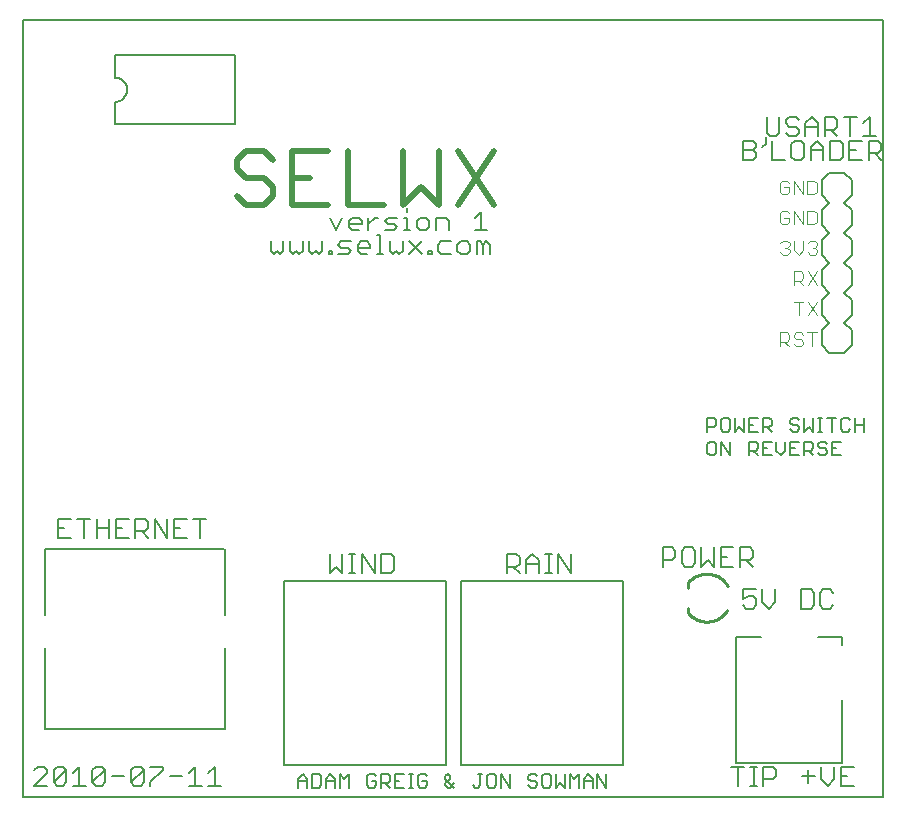
<source format=gto>
G75*
G70*
%OFA0B0*%
%FSLAX24Y24*%
%IPPOS*%
%LPD*%
%AMOC8*
5,1,8,0,0,1.08239X$1,22.5*
%
%ADD10C,0.0080*%
%ADD11C,0.0100*%
%ADD12C,0.0060*%
%ADD13C,0.0040*%
%ADD14C,0.0200*%
%ADD15C,0.0070*%
%ADD16C,0.0050*%
D10*
X001158Y000543D02*
X001158Y026449D01*
X029820Y026449D01*
X029820Y000543D01*
X001158Y000543D01*
X001906Y002825D02*
X007906Y002825D01*
X007890Y002827D02*
X007890Y005504D01*
X007890Y006606D02*
X007890Y008811D01*
X007867Y008809D02*
X001906Y008809D01*
X001906Y008772D02*
X001906Y006606D01*
X001906Y005504D02*
X001906Y002866D01*
X009868Y001604D02*
X015268Y001604D01*
X015268Y007754D01*
X009868Y007754D01*
X009868Y001604D01*
X015773Y001604D02*
X021173Y001604D01*
X021173Y007754D01*
X015773Y007754D01*
X015773Y001604D01*
X024938Y001685D02*
X028481Y001685D01*
X028481Y003772D01*
X028481Y005622D02*
X028481Y005898D01*
X027654Y005898D01*
X025764Y005898D02*
X024938Y005898D01*
X024938Y001685D01*
X028034Y015358D02*
X027784Y015608D01*
X027784Y016108D01*
X028034Y016358D01*
X027784Y016608D01*
X027784Y017108D01*
X028034Y017358D01*
X027784Y017608D01*
X027784Y018108D01*
X028034Y018358D01*
X027784Y018608D01*
X027784Y019108D01*
X028034Y019358D01*
X027784Y019608D01*
X027784Y020108D01*
X028034Y020358D01*
X027784Y020608D01*
X027784Y021108D01*
X028034Y021358D01*
X028534Y021358D01*
X028784Y021108D01*
X028784Y020608D01*
X028534Y020358D01*
X028784Y020108D01*
X028784Y019608D01*
X028534Y019358D01*
X028784Y019108D01*
X028784Y018608D01*
X028534Y018358D01*
X028784Y018108D01*
X028784Y017608D01*
X028534Y017358D01*
X028784Y017108D01*
X028784Y016608D01*
X028534Y016358D01*
X028784Y016108D01*
X028784Y015608D01*
X028534Y015358D01*
X028034Y015358D01*
X008237Y022976D02*
X008237Y025276D01*
X004237Y025276D01*
X004237Y024526D01*
X004276Y024524D01*
X004315Y024518D01*
X004353Y024509D01*
X004390Y024496D01*
X004426Y024479D01*
X004459Y024459D01*
X004491Y024435D01*
X004520Y024409D01*
X004546Y024380D01*
X004570Y024348D01*
X004590Y024315D01*
X004607Y024279D01*
X004620Y024242D01*
X004629Y024204D01*
X004635Y024165D01*
X004637Y024126D01*
X004635Y024087D01*
X004629Y024048D01*
X004620Y024010D01*
X004607Y023973D01*
X004590Y023937D01*
X004570Y023904D01*
X004546Y023872D01*
X004520Y023843D01*
X004491Y023817D01*
X004459Y023793D01*
X004426Y023773D01*
X004390Y023756D01*
X004353Y023743D01*
X004315Y023734D01*
X004276Y023728D01*
X004237Y023726D01*
X004237Y022976D01*
X008237Y022976D01*
D11*
X023333Y007707D02*
X023333Y007507D01*
X023333Y006867D02*
X023333Y006687D01*
X023953Y007997D02*
X024007Y007995D01*
X024061Y007990D01*
X024114Y007981D01*
X024167Y007968D01*
X024218Y007952D01*
X024268Y007932D01*
X024317Y007909D01*
X024365Y007883D01*
X024410Y007854D01*
X024453Y007821D01*
X024494Y007786D01*
X024533Y007748D01*
X024569Y007708D01*
X024602Y007665D01*
X024632Y007620D01*
X024659Y007573D01*
X024648Y006800D02*
X024618Y006752D01*
X024585Y006707D01*
X024549Y006664D01*
X024511Y006623D01*
X024469Y006586D01*
X024425Y006551D01*
X024379Y006520D01*
X024330Y006491D01*
X024280Y006467D01*
X024228Y006446D01*
X024174Y006428D01*
X024120Y006415D01*
X024065Y006405D01*
X024009Y006399D01*
X023953Y006397D01*
X023900Y006399D01*
X023846Y006404D01*
X023794Y006413D01*
X023742Y006425D01*
X023691Y006441D01*
X023641Y006460D01*
X023592Y006483D01*
X023545Y006509D01*
X023500Y006537D01*
X023457Y006569D01*
X023417Y006603D01*
X023378Y006641D01*
X023342Y006680D01*
X023338Y007709D02*
X023374Y007749D01*
X023413Y007787D01*
X023454Y007822D01*
X023497Y007854D01*
X023542Y007884D01*
X023589Y007910D01*
X023638Y007932D01*
X023689Y007952D01*
X023740Y007968D01*
X023792Y007981D01*
X023846Y007990D01*
X023899Y007995D01*
X023953Y007997D01*
D12*
X023776Y008231D02*
X023990Y008444D01*
X024203Y008231D01*
X024203Y008871D01*
X024421Y008871D02*
X024421Y008231D01*
X024848Y008231D01*
X025065Y008231D02*
X025065Y008871D01*
X025386Y008871D01*
X025492Y008765D01*
X025492Y008551D01*
X025386Y008444D01*
X025065Y008444D01*
X025279Y008444D02*
X025492Y008231D01*
X025591Y007474D02*
X025164Y007474D01*
X025164Y007153D01*
X025378Y007260D01*
X025485Y007260D01*
X025591Y007153D01*
X025591Y006940D01*
X025485Y006833D01*
X025271Y006833D01*
X025164Y006940D01*
X025809Y007047D02*
X025809Y007474D01*
X026236Y007474D02*
X026236Y007047D01*
X026023Y006833D01*
X025809Y007047D01*
X027098Y006833D02*
X027418Y006833D01*
X027525Y006940D01*
X027525Y007367D01*
X027418Y007474D01*
X027098Y007474D01*
X027098Y006833D01*
X027743Y006940D02*
X027743Y007367D01*
X027849Y007474D01*
X028063Y007474D01*
X028170Y007367D01*
X028170Y006940D02*
X028063Y006833D01*
X027849Y006833D01*
X027743Y006940D01*
X024848Y008871D02*
X024421Y008871D01*
X024421Y008551D02*
X024634Y008551D01*
X023776Y008871D02*
X023776Y008231D01*
X023559Y008338D02*
X023559Y008765D01*
X023452Y008871D01*
X023239Y008871D01*
X023132Y008765D01*
X023132Y008338D01*
X023239Y008231D01*
X023452Y008231D01*
X023559Y008338D01*
X022914Y008551D02*
X022808Y008444D01*
X022487Y008444D01*
X022487Y008231D02*
X022487Y008871D01*
X022808Y008871D01*
X022914Y008765D01*
X022914Y008551D01*
X019436Y008655D02*
X019436Y008014D01*
X019009Y008655D01*
X019009Y008014D01*
X018793Y008014D02*
X018580Y008014D01*
X018686Y008014D02*
X018686Y008655D01*
X018580Y008655D02*
X018793Y008655D01*
X018362Y008441D02*
X018362Y008014D01*
X018362Y008334D02*
X017935Y008334D01*
X017935Y008441D02*
X018149Y008655D01*
X018362Y008441D01*
X017935Y008441D02*
X017935Y008014D01*
X017717Y008014D02*
X017504Y008228D01*
X017611Y008228D02*
X017290Y008228D01*
X017290Y008014D02*
X017290Y008655D01*
X017611Y008655D01*
X017717Y008548D01*
X017717Y008334D01*
X017611Y008228D01*
X013531Y008121D02*
X013531Y008548D01*
X013424Y008655D01*
X013104Y008655D01*
X013104Y008014D01*
X013424Y008014D01*
X013531Y008121D01*
X012886Y008014D02*
X012886Y008655D01*
X012459Y008655D02*
X012886Y008014D01*
X012459Y008014D02*
X012459Y008655D01*
X012243Y008655D02*
X012029Y008655D01*
X012136Y008655D02*
X012136Y008014D01*
X012029Y008014D02*
X012243Y008014D01*
X011812Y008014D02*
X011812Y008655D01*
X011385Y008655D02*
X011385Y008014D01*
X011598Y008228D01*
X011812Y008014D01*
X007269Y009836D02*
X006842Y009836D01*
X007055Y009836D02*
X007055Y009195D01*
X006624Y009195D02*
X006197Y009195D01*
X006197Y009836D01*
X006624Y009836D01*
X006411Y009516D02*
X006197Y009516D01*
X005979Y009836D02*
X005979Y009195D01*
X005552Y009836D01*
X005552Y009195D01*
X005335Y009195D02*
X005121Y009409D01*
X005228Y009409D02*
X004908Y009409D01*
X004908Y009195D02*
X004908Y009836D01*
X005228Y009836D01*
X005335Y009729D01*
X005335Y009516D01*
X005228Y009409D01*
X004690Y009195D02*
X004263Y009195D01*
X004263Y009836D01*
X004690Y009836D01*
X004477Y009516D02*
X004263Y009516D01*
X004046Y009516D02*
X003619Y009516D01*
X003619Y009836D02*
X003619Y009195D01*
X003188Y009195D02*
X003188Y009836D01*
X003401Y009836D02*
X002974Y009836D01*
X002757Y009836D02*
X002330Y009836D01*
X002330Y009195D01*
X002757Y009195D01*
X002543Y009516D02*
X002330Y009516D01*
X004046Y009836D02*
X004046Y009195D01*
X009523Y018644D02*
X009630Y018751D01*
X009737Y018644D01*
X009843Y018751D01*
X009843Y019071D01*
X010061Y019071D02*
X010061Y018751D01*
X010168Y018644D01*
X010274Y018751D01*
X010381Y018644D01*
X010488Y018751D01*
X010488Y019071D01*
X010706Y019071D02*
X010706Y018751D01*
X010812Y018644D01*
X010919Y018751D01*
X011026Y018644D01*
X011133Y018751D01*
X011133Y019071D01*
X011350Y018751D02*
X011457Y018751D01*
X011457Y018644D01*
X011350Y018644D01*
X011350Y018751D01*
X011672Y018644D02*
X011993Y018644D01*
X012099Y018751D01*
X011993Y018858D01*
X011779Y018858D01*
X011672Y018964D01*
X011779Y019071D01*
X012099Y019071D01*
X012317Y018964D02*
X012317Y018751D01*
X012424Y018644D01*
X012637Y018644D01*
X012744Y018858D02*
X012317Y018858D01*
X012317Y018964D02*
X012424Y019071D01*
X012637Y019071D01*
X012744Y018964D01*
X012744Y018858D01*
X012961Y018644D02*
X013175Y018644D01*
X013068Y018644D02*
X013068Y019285D01*
X012961Y019285D01*
X013391Y019071D02*
X013391Y018751D01*
X013498Y018644D01*
X013605Y018751D01*
X013711Y018644D01*
X013818Y018751D01*
X013818Y019071D01*
X014036Y019071D02*
X014463Y018644D01*
X014680Y018644D02*
X014680Y018751D01*
X014787Y018751D01*
X014787Y018644D01*
X014680Y018644D01*
X015002Y018751D02*
X015109Y018644D01*
X015429Y018644D01*
X015647Y018751D02*
X015754Y018644D01*
X015967Y018644D01*
X016074Y018751D01*
X016074Y018964D01*
X015967Y019071D01*
X015754Y019071D01*
X015647Y018964D01*
X015647Y018751D01*
X015429Y019071D02*
X015109Y019071D01*
X015002Y018964D01*
X015002Y018751D01*
X014463Y019071D02*
X014036Y018644D01*
X016291Y018644D02*
X016291Y019071D01*
X016398Y019071D01*
X016505Y018964D01*
X016612Y019071D01*
X016718Y018964D01*
X016718Y018644D01*
X016505Y018644D02*
X016505Y018964D01*
X009523Y018644D02*
X009416Y018751D01*
X009416Y019071D01*
X025164Y021794D02*
X025485Y021794D01*
X025591Y021901D01*
X025591Y022007D01*
X025485Y022114D01*
X025164Y022114D01*
X025164Y021794D02*
X025164Y022434D01*
X025485Y022434D01*
X025591Y022328D01*
X025591Y022221D01*
X025485Y022114D01*
X025809Y022221D02*
X025916Y022328D01*
X025916Y022541D01*
X026059Y022581D02*
X026272Y022581D01*
X026379Y022688D01*
X026379Y023222D01*
X026596Y023115D02*
X026596Y023008D01*
X026703Y022901D01*
X026917Y022901D01*
X027023Y022795D01*
X027023Y022688D01*
X026917Y022581D01*
X026703Y022581D01*
X026596Y022688D01*
X026883Y022434D02*
X026776Y022328D01*
X026776Y021901D01*
X026883Y021794D01*
X027096Y021794D01*
X027203Y021901D01*
X027203Y022328D01*
X027096Y022434D01*
X026883Y022434D01*
X027241Y022581D02*
X027241Y023008D01*
X027454Y023222D01*
X027668Y023008D01*
X027668Y022581D01*
X027634Y022434D02*
X027420Y022221D01*
X027420Y021794D01*
X027420Y022114D02*
X027847Y022114D01*
X027847Y022221D02*
X027847Y021794D01*
X028065Y021794D02*
X028385Y021794D01*
X028492Y021901D01*
X028492Y022328D01*
X028385Y022434D01*
X028065Y022434D01*
X028065Y021794D01*
X027847Y022221D02*
X027634Y022434D01*
X027885Y022581D02*
X027885Y023222D01*
X028206Y023222D01*
X028312Y023115D01*
X028312Y022901D01*
X028206Y022795D01*
X027885Y022795D01*
X028099Y022795D02*
X028312Y022581D01*
X028709Y022434D02*
X028709Y021794D01*
X029136Y021794D01*
X029354Y021794D02*
X029354Y022434D01*
X029674Y022434D01*
X029781Y022328D01*
X029781Y022114D01*
X029674Y022007D01*
X029354Y022007D01*
X029567Y022007D02*
X029781Y021794D01*
X029136Y022434D02*
X028709Y022434D01*
X028744Y022581D02*
X028744Y023222D01*
X028957Y023222D02*
X028530Y023222D01*
X029175Y023008D02*
X029388Y023222D01*
X029388Y022581D01*
X029175Y022581D02*
X029602Y022581D01*
X028923Y022114D02*
X028709Y022114D01*
X027668Y022901D02*
X027241Y022901D01*
X027023Y023115D02*
X026917Y023222D01*
X026703Y023222D01*
X026596Y023115D01*
X025952Y023222D02*
X025952Y022688D01*
X026059Y022581D01*
X026131Y022434D02*
X026131Y021794D01*
X026558Y021794D01*
X026165Y001568D02*
X025845Y001568D01*
X025845Y000928D01*
X025845Y001141D02*
X026165Y001141D01*
X026272Y001248D01*
X026272Y001461D01*
X026165Y001568D01*
X025629Y001568D02*
X025415Y001568D01*
X025522Y001568D02*
X025522Y000928D01*
X025415Y000928D02*
X025629Y000928D01*
X024984Y000928D02*
X024984Y001568D01*
X024771Y001568D02*
X025198Y001568D01*
X027134Y001248D02*
X027561Y001248D01*
X027779Y001141D02*
X027779Y001568D01*
X027779Y001141D02*
X027992Y000928D01*
X028206Y001141D01*
X028206Y001568D01*
X028423Y001568D02*
X028423Y000928D01*
X028850Y000928D01*
X028637Y001248D02*
X028423Y001248D01*
X028423Y001568D02*
X028850Y001568D01*
X027348Y001461D02*
X027348Y001034D01*
D13*
X027469Y015583D02*
X027469Y016043D01*
X027622Y016043D02*
X027315Y016043D01*
X027162Y015967D02*
X027085Y016043D01*
X026932Y016043D01*
X026855Y015967D01*
X026855Y015890D01*
X026932Y015813D01*
X027085Y015813D01*
X027162Y015736D01*
X027162Y015660D01*
X027085Y015583D01*
X026932Y015583D01*
X026855Y015660D01*
X026702Y015583D02*
X026548Y015736D01*
X026625Y015736D02*
X026395Y015736D01*
X026395Y015583D02*
X026395Y016043D01*
X026625Y016043D01*
X026702Y015967D01*
X026702Y015813D01*
X026625Y015736D01*
X027021Y016607D02*
X027021Y017067D01*
X027174Y017067D02*
X026867Y017067D01*
X027327Y017067D02*
X027634Y016607D01*
X027327Y016607D02*
X027634Y017067D01*
X027634Y017611D02*
X027327Y018071D01*
X027174Y017994D02*
X027174Y017841D01*
X027097Y017764D01*
X026867Y017764D01*
X026867Y017611D02*
X026867Y018071D01*
X027097Y018071D01*
X027174Y017994D01*
X027021Y017764D02*
X027174Y017611D01*
X027327Y017611D02*
X027634Y018071D01*
X027565Y018634D02*
X027412Y018634D01*
X027335Y018711D01*
X027182Y018788D02*
X027028Y018634D01*
X026875Y018788D01*
X026875Y019095D01*
X026721Y019018D02*
X026721Y018941D01*
X026644Y018864D01*
X026721Y018788D01*
X026721Y018711D01*
X026644Y018634D01*
X026491Y018634D01*
X026414Y018711D01*
X026568Y018864D02*
X026644Y018864D01*
X026721Y019018D02*
X026644Y019095D01*
X026491Y019095D01*
X026414Y019018D01*
X026471Y019638D02*
X026625Y019638D01*
X026702Y019715D01*
X026702Y019868D01*
X026548Y019868D01*
X026395Y019715D02*
X026395Y020022D01*
X026471Y020098D01*
X026625Y020098D01*
X026702Y020022D01*
X026855Y020098D02*
X026855Y019638D01*
X027162Y019638D02*
X027162Y020098D01*
X027315Y020098D02*
X027546Y020098D01*
X027622Y020022D01*
X027622Y019715D01*
X027546Y019638D01*
X027315Y019638D01*
X027315Y020098D01*
X026855Y020098D02*
X027162Y019638D01*
X027182Y019095D02*
X027182Y018788D01*
X027335Y019018D02*
X027412Y019095D01*
X027565Y019095D01*
X027642Y019018D01*
X027642Y018941D01*
X027565Y018864D01*
X027642Y018788D01*
X027642Y018711D01*
X027565Y018634D01*
X027565Y018864D02*
X027488Y018864D01*
X026471Y019638D02*
X026395Y019715D01*
X026471Y020642D02*
X026625Y020642D01*
X026702Y020719D01*
X026702Y020872D01*
X026548Y020872D01*
X026395Y020719D02*
X026395Y021026D01*
X026471Y021102D01*
X026625Y021102D01*
X026702Y021026D01*
X026855Y021102D02*
X026855Y020642D01*
X027162Y020642D02*
X027162Y021102D01*
X027315Y021102D02*
X027546Y021102D01*
X027622Y021026D01*
X027622Y020719D01*
X027546Y020642D01*
X027315Y020642D01*
X027315Y021102D01*
X026855Y021102D02*
X027162Y020642D01*
X026471Y020642D02*
X026395Y020719D01*
D14*
X016873Y020289D02*
X015671Y022091D01*
X015031Y022091D02*
X015031Y020289D01*
X014430Y020889D01*
X013830Y020289D01*
X013830Y022091D01*
X011988Y022091D02*
X011988Y020289D01*
X013189Y020289D01*
X011348Y020289D02*
X010147Y020289D01*
X010147Y022091D01*
X011348Y022091D01*
X010747Y021190D02*
X010147Y021190D01*
X009506Y020889D02*
X009506Y020589D01*
X009206Y020289D01*
X008606Y020289D01*
X008305Y020589D01*
X008606Y021190D02*
X009206Y021190D01*
X009506Y020889D01*
X009506Y021790D02*
X009206Y022091D01*
X008606Y022091D01*
X008305Y021790D01*
X008305Y021490D01*
X008606Y021190D01*
X015671Y020289D02*
X016873Y022091D01*
D15*
X016434Y020067D02*
X016434Y019437D01*
X016224Y019437D02*
X016644Y019437D01*
X016224Y019857D02*
X016434Y020067D01*
X015355Y019752D02*
X015355Y019437D01*
X015355Y019752D02*
X015250Y019857D01*
X014935Y019857D01*
X014935Y019437D01*
X014711Y019542D02*
X014711Y019752D01*
X014606Y019857D01*
X014395Y019857D01*
X014290Y019752D01*
X014290Y019542D01*
X014395Y019437D01*
X014606Y019437D01*
X014711Y019542D01*
X014071Y019437D02*
X013861Y019437D01*
X013966Y019437D02*
X013966Y019857D01*
X013861Y019857D01*
X013636Y019857D02*
X013321Y019857D01*
X013216Y019752D01*
X013321Y019647D01*
X013531Y019647D01*
X013636Y019542D01*
X013531Y019437D01*
X013216Y019437D01*
X012994Y019857D02*
X012889Y019857D01*
X012679Y019647D01*
X012679Y019437D02*
X012679Y019857D01*
X012455Y019752D02*
X012455Y019647D01*
X012034Y019647D01*
X012034Y019752D02*
X012140Y019857D01*
X012350Y019857D01*
X012455Y019752D01*
X012350Y019437D02*
X012140Y019437D01*
X012034Y019542D01*
X012034Y019752D01*
X011810Y019857D02*
X011600Y019437D01*
X011390Y019857D01*
X013966Y020067D02*
X013966Y020172D01*
X007558Y001563D02*
X007558Y000933D01*
X007348Y000933D02*
X007769Y000933D01*
X007348Y001353D02*
X007558Y001563D01*
X006914Y001563D02*
X006914Y000933D01*
X006704Y000933D02*
X007124Y000933D01*
X006704Y001353D02*
X006914Y001563D01*
X006479Y001248D02*
X006059Y001248D01*
X005835Y001458D02*
X005415Y001038D01*
X005415Y000933D01*
X005190Y001038D02*
X005085Y000933D01*
X004875Y000933D01*
X004770Y001038D01*
X005190Y001458D01*
X005190Y001038D01*
X004770Y001038D02*
X004770Y001458D01*
X004875Y001563D01*
X005085Y001563D01*
X005190Y001458D01*
X005415Y001563D02*
X005835Y001563D01*
X005835Y001458D01*
X004546Y001248D02*
X004126Y001248D01*
X003901Y001458D02*
X003901Y001038D01*
X003796Y000933D01*
X003586Y000933D01*
X003481Y001038D01*
X003901Y001458D01*
X003796Y001563D01*
X003586Y001563D01*
X003481Y001458D01*
X003481Y001038D01*
X003257Y000933D02*
X002836Y000933D01*
X003047Y000933D02*
X003047Y001563D01*
X002836Y001353D01*
X002612Y001458D02*
X002192Y001038D01*
X002297Y000933D01*
X002507Y000933D01*
X002612Y001038D01*
X002612Y001458D01*
X002507Y001563D01*
X002297Y001563D01*
X002192Y001458D01*
X002192Y001038D01*
X001968Y000933D02*
X001547Y000933D01*
X001968Y001353D01*
X001968Y001458D01*
X001863Y001563D01*
X001653Y001563D01*
X001547Y001458D01*
D16*
X010337Y001164D02*
X010337Y000864D01*
X010337Y001089D02*
X010637Y001089D01*
X010637Y001164D02*
X010637Y000864D01*
X010797Y000864D02*
X011022Y000864D01*
X011097Y000939D01*
X011097Y001239D01*
X011022Y001314D01*
X010797Y001314D01*
X010797Y000864D01*
X010637Y001164D02*
X010487Y001314D01*
X010337Y001164D01*
X011257Y001164D02*
X011257Y000864D01*
X011257Y001089D02*
X011558Y001089D01*
X011558Y001164D02*
X011558Y000864D01*
X011718Y000864D02*
X011718Y001314D01*
X011868Y001164D01*
X012018Y001314D01*
X012018Y000864D01*
X011558Y001164D02*
X011407Y001314D01*
X011257Y001164D01*
X012638Y001239D02*
X012638Y000939D01*
X012713Y000864D01*
X012864Y000864D01*
X012939Y000939D01*
X012939Y001089D01*
X012789Y001089D01*
X012939Y001239D02*
X012864Y001314D01*
X012713Y001314D01*
X012638Y001239D01*
X013099Y001314D02*
X013099Y000864D01*
X013099Y001014D02*
X013324Y001014D01*
X013399Y001089D01*
X013399Y001239D01*
X013324Y001314D01*
X013099Y001314D01*
X013249Y001014D02*
X013399Y000864D01*
X013559Y000864D02*
X013859Y000864D01*
X014019Y000864D02*
X014170Y000864D01*
X014095Y000864D02*
X014095Y001314D01*
X014170Y001314D02*
X014019Y001314D01*
X013859Y001314D02*
X013559Y001314D01*
X013559Y000864D01*
X013559Y001089D02*
X013709Y001089D01*
X014326Y001239D02*
X014326Y000939D01*
X014401Y000864D01*
X014552Y000864D01*
X014627Y000939D01*
X014627Y001089D01*
X014476Y001089D01*
X014326Y001239D02*
X014401Y001314D01*
X014552Y001314D01*
X014627Y001239D01*
X015247Y001239D02*
X015247Y001164D01*
X015547Y000864D01*
X015547Y001014D02*
X015397Y000864D01*
X015322Y000864D01*
X015247Y000939D01*
X015247Y001014D01*
X015397Y001164D01*
X015397Y001239D01*
X015322Y001314D01*
X015247Y001239D01*
X016168Y000939D02*
X016243Y000864D01*
X016318Y000864D01*
X016393Y000939D01*
X016393Y001314D01*
X016318Y001314D02*
X016468Y001314D01*
X016628Y001239D02*
X016628Y000939D01*
X016703Y000864D01*
X016853Y000864D01*
X016928Y000939D01*
X016928Y001239D01*
X016853Y001314D01*
X016703Y001314D01*
X016628Y001239D01*
X017089Y001314D02*
X017089Y000864D01*
X017389Y000864D02*
X017089Y001314D01*
X017389Y001314D02*
X017389Y000864D01*
X018009Y000939D02*
X018084Y000864D01*
X018234Y000864D01*
X018309Y000939D01*
X018309Y001014D01*
X018234Y001089D01*
X018084Y001089D01*
X018009Y001164D01*
X018009Y001239D01*
X018084Y001314D01*
X018234Y001314D01*
X018309Y001239D01*
X018470Y001239D02*
X018470Y000939D01*
X018545Y000864D01*
X018695Y000864D01*
X018770Y000939D01*
X018770Y001239D01*
X018695Y001314D01*
X018545Y001314D01*
X018470Y001239D01*
X018930Y001314D02*
X018930Y000864D01*
X019080Y001014D01*
X019230Y000864D01*
X019230Y001314D01*
X019390Y001314D02*
X019540Y001164D01*
X019691Y001314D01*
X019691Y000864D01*
X019851Y000864D02*
X019851Y001164D01*
X020001Y001314D01*
X020151Y001164D01*
X020151Y000864D01*
X020311Y000864D02*
X020311Y001314D01*
X020611Y000864D01*
X020611Y001314D01*
X020151Y001089D02*
X019851Y001089D01*
X019390Y000864D02*
X019390Y001314D01*
X024053Y011946D02*
X024204Y011946D01*
X024279Y012021D01*
X024279Y012322D01*
X024204Y012397D01*
X024053Y012397D01*
X023978Y012322D01*
X023978Y012021D01*
X024053Y011946D01*
X024439Y011946D02*
X024439Y012397D01*
X024739Y011946D01*
X024739Y012397D01*
X024664Y012734D02*
X024514Y012734D01*
X024439Y012809D01*
X024439Y013109D01*
X024514Y013184D01*
X024664Y013184D01*
X024739Y013109D01*
X024739Y012809D01*
X024664Y012734D01*
X024899Y012734D02*
X025049Y012884D01*
X025199Y012734D01*
X025199Y013184D01*
X025359Y013184D02*
X025359Y012734D01*
X025660Y012734D01*
X025820Y012734D02*
X025820Y013184D01*
X026045Y013184D01*
X026120Y013109D01*
X026120Y012959D01*
X026045Y012884D01*
X025820Y012884D01*
X025970Y012884D02*
X026120Y012734D01*
X026120Y012397D02*
X025820Y012397D01*
X025820Y011946D01*
X026120Y011946D01*
X026280Y012096D02*
X026430Y011946D01*
X026580Y012096D01*
X026580Y012397D01*
X026741Y012397D02*
X026741Y011946D01*
X027041Y011946D01*
X027201Y011946D02*
X027201Y012397D01*
X027426Y012397D01*
X027501Y012322D01*
X027501Y012171D01*
X027426Y012096D01*
X027201Y012096D01*
X027351Y012096D02*
X027501Y011946D01*
X027661Y012021D02*
X027736Y011946D01*
X027886Y011946D01*
X027961Y012021D01*
X027961Y012096D01*
X027886Y012171D01*
X027736Y012171D01*
X027661Y012246D01*
X027661Y012322D01*
X027736Y012397D01*
X027886Y012397D01*
X027961Y012322D01*
X028122Y012397D02*
X028122Y011946D01*
X028422Y011946D01*
X028272Y012171D02*
X028122Y012171D01*
X028122Y012397D02*
X028422Y012397D01*
X028504Y012734D02*
X028428Y012809D01*
X028428Y013109D01*
X028504Y013184D01*
X028654Y013184D01*
X028729Y013109D01*
X028889Y013184D02*
X028889Y012734D01*
X028729Y012809D02*
X028654Y012734D01*
X028504Y012734D01*
X028889Y012959D02*
X029189Y012959D01*
X029189Y013184D02*
X029189Y012734D01*
X028268Y013184D02*
X027968Y013184D01*
X028118Y013184D02*
X028118Y012734D01*
X027811Y012734D02*
X027661Y012734D01*
X027736Y012734D02*
X027736Y013184D01*
X027661Y013184D02*
X027811Y013184D01*
X027501Y013184D02*
X027501Y012734D01*
X027351Y012884D01*
X027201Y012734D01*
X027201Y013184D01*
X027041Y013109D02*
X026966Y013184D01*
X026816Y013184D01*
X026741Y013109D01*
X026741Y013034D01*
X026816Y012959D01*
X026966Y012959D01*
X027041Y012884D01*
X027041Y012809D01*
X026966Y012734D01*
X026816Y012734D01*
X026741Y012809D01*
X026741Y012397D02*
X027041Y012397D01*
X026891Y012171D02*
X026741Y012171D01*
X026280Y012096D02*
X026280Y012397D01*
X025970Y012171D02*
X025820Y012171D01*
X025660Y012171D02*
X025660Y012322D01*
X025585Y012397D01*
X025359Y012397D01*
X025359Y011946D01*
X025359Y012096D02*
X025585Y012096D01*
X025660Y012171D01*
X025510Y012096D02*
X025660Y011946D01*
X024899Y012734D02*
X024899Y013184D01*
X025359Y013184D02*
X025660Y013184D01*
X025510Y012959D02*
X025359Y012959D01*
X024279Y012959D02*
X024204Y012884D01*
X023978Y012884D01*
X023978Y012734D02*
X023978Y013184D01*
X024204Y013184D01*
X024279Y013109D01*
X024279Y012959D01*
M02*

</source>
